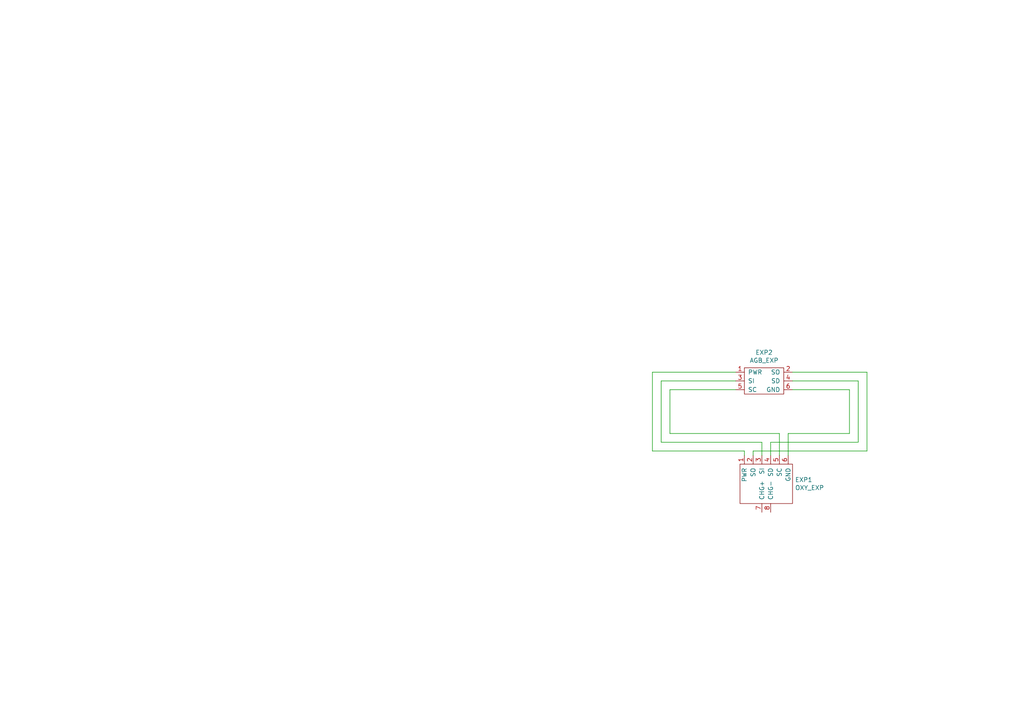
<source format=kicad_sch>
(kicad_sch (version 20230121) (generator eeschema)
  (paper "A4")
  (title_block (title "Micro to AGB Adapter") (date "2019-12-21") (rev "v1.0") (company "makho"))
  (lib_symbols
    (symbol "Micro_AGB_Dongle-rescue:AGB_EXP-misc" (pin_names (offset 1.016))
      (property "Reference" "J" (at 5.08 5.08 0))
      (property "Value" "misc_AGB_EXP" (at -2.54 5.08 0))
      (symbol "AGB_EXP-misc_0_1"
        (rectangle (start -6.35 3.81) (end 5.08 -3.81))
      )
      (symbol "AGB_EXP-misc_1_1"
        (pin input line (at -8.89 2.54 0) (length 2.54) (name "PWR") (number "1"))
        (pin input line (at 7.62 2.54 180) (length 2.54) (name "SO") (number "2"))
        (pin input line (at -8.89 0 0) (length 2.54) (name "SI") (number "3"))
        (pin input line (at 7.62 0 180) (length 2.54) (name "SD") (number "4"))
        (pin input line (at -8.89 -2.54 0) (length 2.54) (name "SC") (number "5"))
        (pin input line (at 7.62 -2.54 180) (length 2.54) (name "GND") (number "6"))
      )
    )
    (symbol "Micro_AGB_Dongle-rescue:OXY_EXP-misc" (pin_names (offset 1.016))
      (property "Reference" "J" (at 3.81 8.89 0))
      (property "Value" "misc_OXY_EXP" (at -2.54 8.89 0))
      (symbol "OXY_EXP-misc_0_1"
        (rectangle (start -6.35 7.62) (end 5.08 -7.62))
      )
      (symbol "OXY_EXP-misc_1_1"
        (pin input line (at 7.62 6.35 180) (length 2.54) (name "PWR") (number "1"))
        (pin input line (at 7.62 3.81 180) (length 2.54) (name "SO") (number "2"))
        (pin input line (at 7.62 1.27 180) (length 2.54) (name "SI") (number "3"))
        (pin input line (at 7.62 -1.27 180) (length 2.54) (name "SD") (number "4"))
        (pin input line (at 7.62 -3.81 180) (length 2.54) (name "SC") (number "5"))
        (pin input line (at 7.62 -6.35 180) (length 2.54) (name "GND") (number "6"))
        (pin input line (at -8.89 1.27 0) (length 2.54) (name "CHG+") (number "7"))
        (pin input line (at -8.89 -1.27 0) (length 2.54) (name "CHG-") (number "8"))
      )
    )
  )
  (wire (pts (xy 220.98 128.27) (xy 220.98 132.08)))
  (wire (pts (xy 246.38 125.73) (xy 246.38 113.03)))
  (wire (pts (xy 229.87 113.03) (xy 246.38 113.03)))
  (wire (pts (xy 220.98 128.27) (xy 191.77 128.27)))
  (wire (pts (xy 248.92 128.27) (xy 248.92 110.49)))
  (wire (pts (xy 251.46 130.81) (xy 251.46 107.95)))
  (wire (pts (xy 228.6 125.73) (xy 246.38 125.73)))
  (wire (pts (xy 215.9 130.81) (xy 189.23 130.81)))
  (wire (pts (xy 215.9 130.81) (xy 215.9 132.08)))
  (wire (pts (xy 194.31 113.03) (xy 213.36 113.03)))
  (wire (pts (xy 191.77 110.49) (xy 213.36 110.49)))
  (wire (pts (xy 194.31 125.73) (xy 226.06 125.73)))
  (wire (pts (xy 229.87 110.49) (xy 248.92 110.49)))
  (wire (pts (xy 194.31 125.73) (xy 194.31 113.03)))
  (wire (pts (xy 229.87 107.95) (xy 251.46 107.95)))
  (wire (pts (xy 226.06 125.73) (xy 226.06 132.08)))
  (wire (pts (xy 218.44 130.81) (xy 251.46 130.81)))
  (wire (pts (xy 228.6 125.73) (xy 228.6 132.08)))
  (wire (pts (xy 223.52 128.27) (xy 223.52 132.08)))
  (wire (pts (xy 218.44 130.81) (xy 218.44 132.08)))
  (wire (pts (xy 189.23 130.81) (xy 189.23 107.95)))
  (wire (pts (xy 189.23 107.95) (xy 213.36 107.95)))
  (wire (pts (xy 191.77 128.27) (xy 191.77 110.49)))
  (wire (pts (xy 223.52 128.27) (xy 248.92 128.27)))
  (symbol (lib_id "Micro_AGB_Dongle-rescue:AGB_EXP-misc") (at 222.25 110.49 0) (unit 1)
    (property "Reference" "EXP2" (at 221.615 102.235 0))
    (property "Value" "AGB_EXP" (at 221.615 104.5464 0))
    (property "Footprint" "misc_footprints:AGB_EXP" (effects hide))
  )
  (symbol (lib_id "Micro_AGB_Dongle-rescue:OXY_EXP-misc") (at 222.25 139.7 90) (unit 1)
    (property "Reference" "EXP1" (at 230.5812 139.1666 90) (effects (justify right)))
    (property "Value" "OXY_EXP" (at 230.5812 141.478 90) (effects (justify right)))
    (property "Footprint" "misc_footprints:OXY_EXP" (effects hide))
  )
)
</source>
